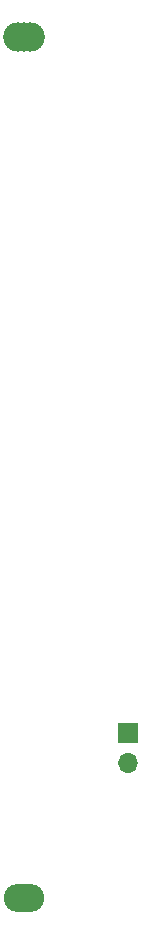
<source format=gbl>
G04 #@! TF.FileFunction,Copper,L2,Bot,Signal*
%FSLAX46Y46*%
G04 Gerber Fmt 4.6, Leading zero omitted, Abs format (unit mm)*
G04 Created by KiCad (PCBNEW 4.0.2-stable) date 07.07.2017 11:43:19*
%MOMM*%
G01*
G04 APERTURE LIST*
%ADD10C,0.100000*%
%ADD11O,2.500000X2.500000*%
%ADD12O,2.400000X2.400000*%
%ADD13R,1.700000X1.700000*%
%ADD14O,1.700000X1.700000*%
G04 APERTURE END LIST*
D10*
D11*
X180332000Y-48513000D03*
X179332000Y-48513000D03*
D12*
X179332000Y-121413000D03*
X180332000Y-121413000D03*
X179832000Y-121413000D03*
D11*
X179832000Y-48513000D03*
D13*
X188658500Y-107442000D03*
D14*
X188658500Y-109982000D03*
M02*

</source>
